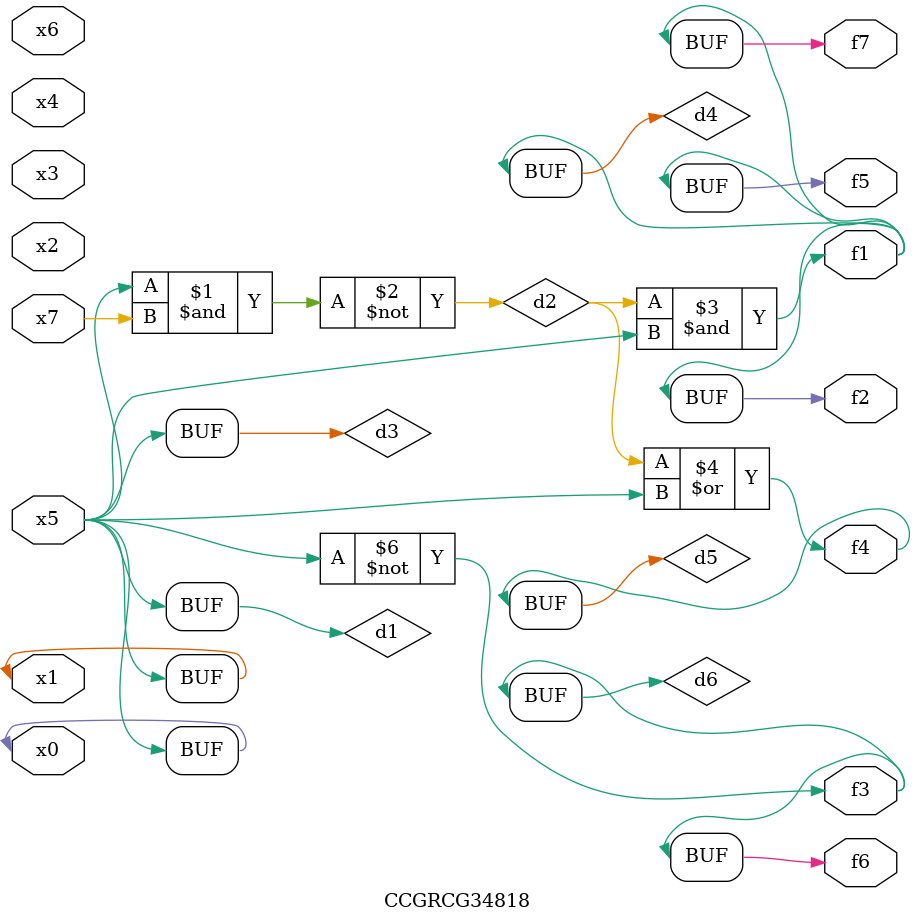
<source format=v>
module CCGRCG34818(
	input x0, x1, x2, x3, x4, x5, x6, x7,
	output f1, f2, f3, f4, f5, f6, f7
);

	wire d1, d2, d3, d4, d5, d6;

	buf (d1, x0, x5);
	nand (d2, x5, x7);
	buf (d3, x0, x1);
	and (d4, d2, d3);
	or (d5, d2, d3);
	nor (d6, d1, d3);
	assign f1 = d4;
	assign f2 = d4;
	assign f3 = d6;
	assign f4 = d5;
	assign f5 = d4;
	assign f6 = d6;
	assign f7 = d4;
endmodule

</source>
